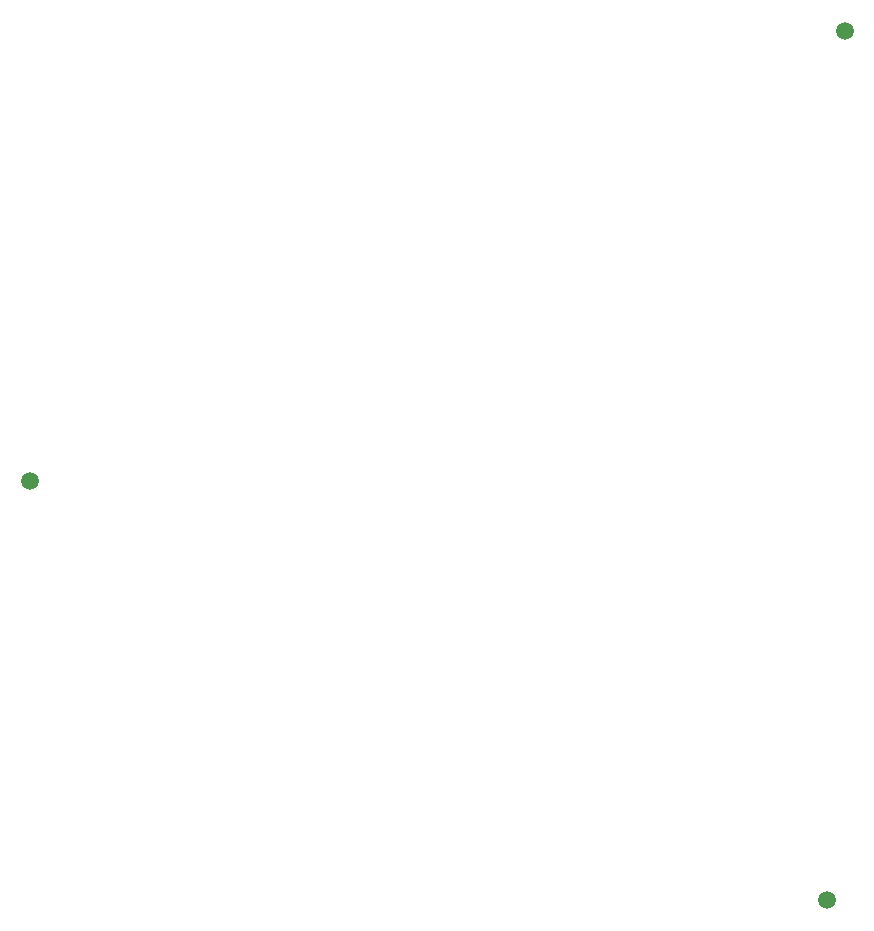
<source format=gbr>
%TF.GenerationSoftware,KiCad,Pcbnew,7.0.10*%
%TF.CreationDate,2024-02-11T22:44:29-05:00*%
%TF.ProjectId,basement_outer,62617365-6d65-46e7-945f-6f757465722e,rev?*%
%TF.SameCoordinates,Original*%
%TF.FileFunction,Soldermask,Top*%
%TF.FilePolarity,Negative*%
%FSLAX46Y46*%
G04 Gerber Fmt 4.6, Leading zero omitted, Abs format (unit mm)*
G04 Created by KiCad (PCBNEW 7.0.10) date 2024-02-11 22:44:29*
%MOMM*%
%LPD*%
G01*
G04 APERTURE LIST*
%ADD10C,1.500000*%
G04 APERTURE END LIST*
D10*
%TO.C,J103*%
X70500000Y-85507000D03*
%TD*%
%TO.C,J102*%
X72000000Y-11895000D03*
%TD*%
%TO.C,J101*%
X3000000Y-50000000D03*
%TD*%
M02*

</source>
